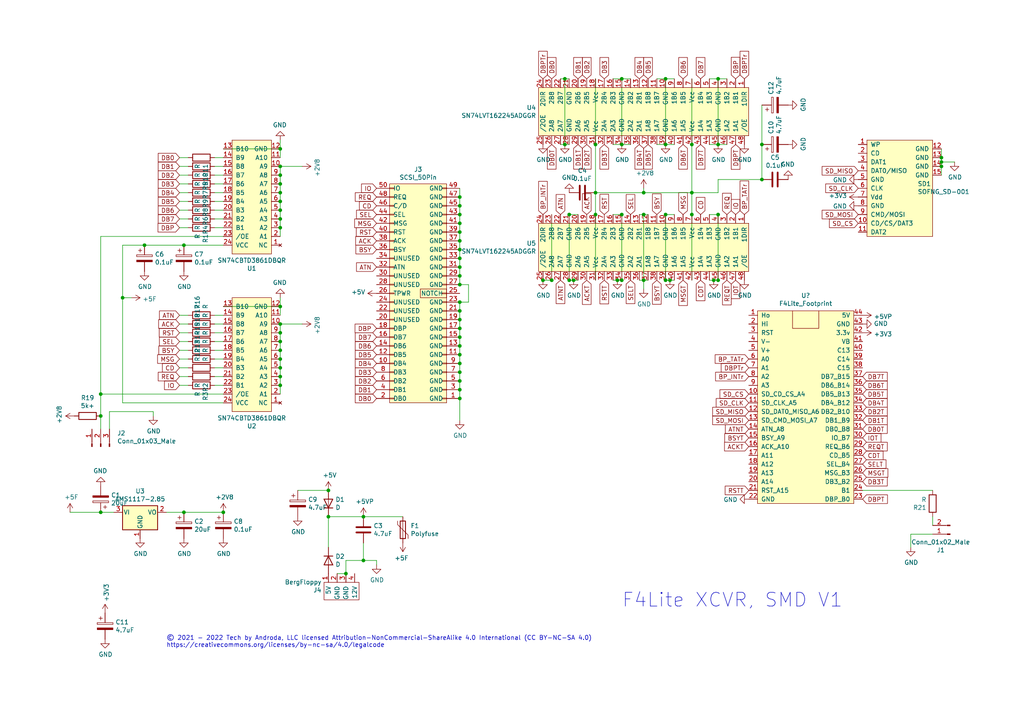
<source format=kicad_sch>
(kicad_sch (version 20211123) (generator eeschema)
  (paper "A4")
  (junction (at 133.35 80.01))
  (junction (at 186.69 81.28))
  (junction (at 220.98 41.91))
  (junction (at 200.66 55.88))
  (junction (at 81.28 99.06))
  (junction (at 172.72 55.88))
  (junction (at 208.28 62.23))
  (junction (at 81.28 63.5))
  (junction (at 133.35 113.03))
  (junction (at 105.41 149.86))
  (junction (at 220.98 52.07))
  (junction (at 133.35 97.79))
  (junction (at 29.21 114.3))
  (junction (at 133.35 64.77))
  (junction (at 180.34 41.91))
  (junction (at 172.72 62.23))
  (junction (at 193.04 22.86))
  (junction (at 179.07 81.28))
  (junction (at 81.28 93.98))
  (junction (at 133.35 77.47))
  (junction (at 81.28 88.9))
  (junction (at 81.28 101.6))
  (junction (at 273.05 46.99))
  (junction (at 163.83 41.91))
  (junction (at 53.34 71.12))
  (junction (at 193.04 41.91))
  (junction (at 81.28 111.76))
  (junction (at 133.35 62.23))
  (junction (at 81.28 66.04))
  (junction (at 133.35 82.55))
  (junction (at 95.25 142.24))
  (junction (at 273.05 45.72))
  (junction (at 133.35 92.71))
  (junction (at 81.28 53.34))
  (junction (at 81.28 50.8))
  (junction (at 180.34 22.86))
  (junction (at 194.31 81.28))
  (junction (at 81.28 58.42))
  (junction (at 133.35 90.17))
  (junction (at 200.66 41.91))
  (junction (at 29.21 148.59))
  (junction (at 165.1 62.23))
  (junction (at 29.21 120.65))
  (junction (at 157.48 81.28))
  (junction (at 193.04 81.28))
  (junction (at 208.28 81.28))
  (junction (at 186.69 55.88))
  (junction (at 193.04 62.23))
  (junction (at 207.01 81.28))
  (junction (at 81.28 109.22))
  (junction (at 180.34 81.28))
  (junction (at 81.28 48.26))
  (junction (at 133.35 57.15))
  (junction (at 166.37 81.28))
  (junction (at 200.66 62.23))
  (junction (at 133.35 115.57))
  (junction (at 160.02 81.28))
  (junction (at 133.35 67.31))
  (junction (at 105.41 162.56))
  (junction (at 100.33 166.37))
  (junction (at 133.35 110.49))
  (junction (at 133.35 100.33))
  (junction (at 95.25 149.86))
  (junction (at 133.35 69.85))
  (junction (at 64.77 148.59))
  (junction (at 81.28 104.14))
  (junction (at 133.35 105.41))
  (junction (at 133.35 95.25))
  (junction (at 81.28 55.88))
  (junction (at 163.83 22.86))
  (junction (at 133.35 74.93))
  (junction (at 53.34 148.59))
  (junction (at 273.05 48.26))
  (junction (at 186.69 62.23))
  (junction (at 180.34 62.23))
  (junction (at 35.56 86.36))
  (junction (at 165.1 81.28))
  (junction (at 133.35 59.69))
  (junction (at 41.91 71.12))
  (junction (at 208.28 41.91))
  (junction (at 133.35 102.87))
  (junction (at 81.28 106.68))
  (junction (at 133.35 107.95))
  (junction (at 81.28 43.18))
  (junction (at 81.28 96.52))
  (junction (at 133.35 87.63))
  (junction (at 172.72 41.91))
  (junction (at 208.28 22.86))
  (junction (at 133.35 72.39))
  (junction (at 81.28 60.96))
  (wire (pts (xy 64.77 48.26) (xy 62.23 48.26)))
  (wire (pts (xy 81.28 60.96) (xy 81.28 58.42)))
  (wire (pts (xy 64.77 45.72) (xy 62.23 45.72)))
  (wire (pts (xy 165.1 62.23) (xy 167.64 62.23)))
  (wire (pts (xy 52.07 106.68) (xy 54.61 106.68)))
  (wire (pts (xy 186.69 55.88) (xy 200.66 55.88)))
  (wire (pts (xy 193.04 41.91) (xy 190.5 41.91)))
  (wire (pts (xy 133.35 100.33) (xy 133.35 102.87)))
  (wire (pts (xy 100.33 162.56) (xy 100.33 166.37)))
  (wire (pts (xy 133.35 62.23) (xy 133.35 64.77)))
  (wire (pts (xy 276.86 46.99) (xy 273.05 46.99)))
  (wire (pts (xy 97.79 166.37) (xy 100.33 166.37)))
  (wire (pts (xy 270.51 154.94) (xy 264.16 154.94)))
  (wire (pts (xy 273.05 43.18) (xy 273.05 45.72)))
  (wire (pts (xy 133.35 113.03) (xy 133.35 115.57)))
  (wire (pts (xy 35.56 116.84) (xy 64.77 116.84)))
  (wire (pts (xy 273.05 46.99) (xy 273.05 48.26)))
  (wire (pts (xy 220.98 30.48) (xy 220.98 41.91)))
  (wire (pts (xy 200.66 55.88) (xy 200.66 62.23)))
  (wire (pts (xy 187.96 81.28) (xy 186.69 81.28)))
  (wire (pts (xy 105.41 162.56) (xy 109.22 162.56)))
  (wire (pts (xy 52.07 109.22) (xy 54.61 109.22)))
  (wire (pts (xy 208.28 55.88) (xy 208.28 52.07)))
  (wire (pts (xy 207.01 81.28) (xy 205.74 81.28)))
  (wire (pts (xy 160.02 81.28) (xy 160.02 62.23)))
  (wire (pts (xy 81.28 66.04) (xy 81.28 63.5)))
  (wire (pts (xy 52.07 63.5) (xy 54.61 63.5)))
  (wire (pts (xy 133.35 54.61) (xy 133.35 57.15)))
  (wire (pts (xy 186.69 55.88) (xy 186.69 54.61)))
  (wire (pts (xy 64.77 60.96) (xy 62.23 60.96)))
  (wire (pts (xy 194.31 81.28) (xy 193.04 81.28)))
  (wire (pts (xy 208.28 22.86) (xy 208.28 41.91)))
  (wire (pts (xy 163.83 22.86) (xy 162.56 22.86)))
  (wire (pts (xy 52.07 101.6) (xy 54.61 101.6)))
  (wire (pts (xy 20.32 148.59) (xy 29.21 148.59)))
  (wire (pts (xy 64.77 63.5) (xy 62.23 63.5)))
  (wire (pts (xy 133.35 87.63) (xy 133.35 90.17)))
  (wire (pts (xy 52.07 55.88) (xy 54.61 55.88)))
  (wire (pts (xy 81.28 88.9) (xy 81.28 86.36)))
  (wire (pts (xy 44.45 119.38) (xy 44.45 120.65)))
  (wire (pts (xy 81.28 58.42) (xy 81.28 55.88)))
  (wire (pts (xy 29.21 120.65) (xy 29.21 124.46)))
  (wire (pts (xy 81.28 63.5) (xy 81.28 60.96)))
  (wire (pts (xy 62.23 101.6) (xy 64.77 101.6)))
  (wire (pts (xy 200.66 41.91) (xy 200.66 55.88)))
  (wire (pts (xy 33.02 148.59) (xy 29.21 148.59)))
  (wire (pts (xy 273.05 45.72) (xy 273.05 46.99)))
  (wire (pts (xy 180.34 62.23) (xy 177.8 62.23)))
  (wire (pts (xy 52.07 99.06) (xy 54.61 99.06)))
  (wire (pts (xy 186.69 62.23) (xy 186.69 81.28)))
  (wire (pts (xy 193.04 22.86) (xy 193.04 41.91)))
  (wire (pts (xy 200.66 22.86) (xy 200.66 41.91)))
  (wire (pts (xy 163.83 41.91) (xy 162.56 41.91)))
  (wire (pts (xy 81.28 93.98) (xy 87.63 93.98)))
  (wire (pts (xy 133.35 64.77) (xy 133.35 67.31)))
  (wire (pts (xy 186.69 81.28) (xy 185.42 81.28)))
  (wire (pts (xy 133.35 82.55) (xy 135.89 82.55)))
  (wire (pts (xy 273.05 48.26) (xy 273.05 50.8)))
  (wire (pts (xy 62.23 111.76) (xy 64.77 111.76)))
  (wire (pts (xy 210.82 22.86) (xy 208.28 22.86)))
  (wire (pts (xy 187.96 62.23) (xy 186.69 62.23)))
  (wire (pts (xy 208.28 81.28) (xy 207.01 81.28)))
  (wire (pts (xy 133.35 57.15) (xy 133.35 59.69)))
  (wire (pts (xy 193.04 62.23) (xy 193.04 81.28)))
  (wire (pts (xy 29.21 68.58) (xy 29.21 114.3)))
  (wire (pts (xy 166.37 81.28) (xy 167.64 81.28)))
  (wire (pts (xy 172.72 41.91) (xy 172.72 55.88)))
  (wire (pts (xy 133.35 110.49) (xy 133.35 113.03)))
  (wire (pts (xy 35.56 86.36) (xy 35.56 116.84)))
  (wire (pts (xy 52.07 96.52) (xy 54.61 96.52)))
  (wire (pts (xy 29.21 114.3) (xy 29.21 120.65)))
  (wire (pts (xy 62.23 106.68) (xy 64.77 106.68)))
  (wire (pts (xy 133.35 59.69) (xy 133.35 62.23)))
  (wire (pts (xy 35.56 71.12) (xy 41.91 71.12)))
  (wire (pts (xy 133.35 95.25) (xy 133.35 97.79)))
  (wire (pts (xy 133.35 105.41) (xy 133.35 107.95)))
  (wire (pts (xy 208.28 41.91) (xy 205.74 41.91)))
  (wire (pts (xy 81.28 106.68) (xy 81.28 104.14)))
  (wire (pts (xy 64.77 50.8) (xy 62.23 50.8)))
  (wire (pts (xy 264.16 154.94) (xy 264.16 158.75)))
  (wire (pts (xy 163.83 22.86) (xy 163.83 41.91)))
  (wire (pts (xy 208.28 62.23) (xy 205.74 62.23)))
  (wire (pts (xy 29.21 68.58) (xy 64.77 68.58)))
  (wire (pts (xy 54.61 58.42) (xy 52.07 58.42)))
  (wire (pts (xy 133.35 90.17) (xy 133.35 92.71)))
  (wire (pts (xy 165.1 62.23) (xy 165.1 81.28)))
  (wire (pts (xy 54.61 50.8) (xy 52.07 50.8)))
  (wire (pts (xy 64.77 53.34) (xy 62.23 53.34)))
  (wire (pts (xy 180.34 81.28) (xy 179.07 81.28)))
  (wire (pts (xy 165.1 41.91) (xy 163.83 41.91)))
  (wire (pts (xy 81.28 111.76) (xy 81.28 109.22)))
  (wire (pts (xy 172.72 22.86) (xy 172.72 41.91)))
  (wire (pts (xy 53.34 71.12) (xy 64.77 71.12)))
  (wire (pts (xy 133.35 74.93) (xy 133.35 77.47)))
  (wire (pts (xy 95.25 149.86) (xy 105.41 149.86)))
  (wire (pts (xy 200.66 62.23) (xy 200.66 81.28)))
  (wire (pts (xy 29.21 114.3) (xy 64.77 114.3)))
  (wire (pts (xy 195.58 81.28) (xy 194.31 81.28)))
  (wire (pts (xy 133.35 67.31) (xy 133.35 69.85)))
  (wire (pts (xy 250.19 142.24) (xy 270.51 142.24)))
  (wire (pts (xy 48.26 148.59) (xy 53.34 148.59)))
  (wire (pts (xy 195.58 22.86) (xy 193.04 22.86)))
  (wire (pts (xy 81.28 48.26) (xy 87.63 48.26)))
  (wire (pts (xy 133.35 77.47) (xy 133.35 80.01)))
  (wire (pts (xy 81.28 114.3) (xy 81.28 111.76)))
  (wire (pts (xy 200.66 55.88) (xy 208.28 55.88)))
  (wire (pts (xy 62.23 104.14) (xy 64.77 104.14)))
  (wire (pts (xy 95.25 142.24) (xy 86.36 142.24)))
  (wire (pts (xy 81.28 109.22) (xy 81.28 106.68)))
  (wire (pts (xy 220.98 41.91) (xy 220.98 52.07)))
  (wire (pts (xy 208.28 62.23) (xy 208.28 81.28)))
  (wire (pts (xy 52.07 104.14) (xy 54.61 104.14)))
  (wire (pts (xy 62.23 91.44) (xy 64.77 91.44)))
  (wire (pts (xy 105.41 149.86) (xy 116.84 149.86)))
  (wire (pts (xy 172.72 62.23) (xy 172.72 81.28)))
  (wire (pts (xy 64.77 66.04) (xy 62.23 66.04)))
  (wire (pts (xy 133.35 102.87) (xy 133.35 105.41)))
  (wire (pts (xy 62.23 109.22) (xy 64.77 109.22)))
  (wire (pts (xy 81.28 43.18) (xy 81.28 40.64)))
  (wire (pts (xy 38.1 86.36) (xy 35.56 86.36)))
  (wire (pts (xy 180.34 41.91) (xy 177.8 41.91)))
  (wire (pts (xy 210.82 41.91) (xy 208.28 41.91)))
  (wire (pts (xy 95.25 149.86) (xy 95.25 158.75)))
  (wire (pts (xy 109.22 162.56) (xy 109.22 163.83)))
  (wire (pts (xy 133.35 97.79) (xy 133.35 100.33)))
  (wire (pts (xy 165.1 81.28) (xy 166.37 81.28)))
  (wire (pts (xy 135.89 82.55) (xy 135.89 87.63)))
  (wire (pts (xy 160.02 81.28) (xy 157.48 81.28)))
  (wire (pts (xy 54.61 48.26) (xy 52.07 48.26)))
  (wire (pts (xy 165.1 22.86) (xy 163.83 22.86)))
  (wire (pts (xy 105.41 157.48) (xy 105.41 162.56)))
  (wire (pts (xy 52.07 53.34) (xy 54.61 53.34)))
  (wire (pts (xy 182.88 41.91) (xy 180.34 41.91)))
  (wire (pts (xy 81.28 101.6) (xy 81.28 99.06)))
  (wire (pts (xy 208.28 22.86) (xy 205.74 22.86)))
  (wire (pts (xy 52.07 45.72) (xy 54.61 45.72)))
  (wire (pts (xy 52.07 111.76) (xy 54.61 111.76)))
  (wire (pts (xy 64.77 43.18) (xy 81.28 43.18)))
  (wire (pts (xy 62.23 93.98) (xy 64.77 93.98)))
  (wire (pts (xy 81.28 43.18) (xy 81.28 45.72)))
  (wire (pts (xy 54.61 66.04) (xy 52.07 66.04)))
  (wire (pts (xy 179.07 81.28) (xy 177.8 81.28)))
  (wire (pts (xy 81.28 99.06) (xy 81.28 96.52)))
  (wire (pts (xy 133.35 72.39) (xy 133.35 74.93)))
  (wire (pts (xy 53.34 148.59) (xy 64.77 148.59)))
  (wire (pts (xy 52.07 93.98) (xy 54.61 93.98)))
  (wire (pts (xy 81.28 104.14) (xy 81.28 101.6)))
  (wire (pts (xy 172.72 55.88) (xy 186.69 55.88)))
  (wire (pts (xy 62.23 99.06) (xy 64.77 99.06)))
  (wire (pts (xy 133.35 80.01) (xy 133.35 82.55)))
  (wire (pts (xy 186.69 81.28) (xy 186.69 83.82)))
  (wire (pts (xy 182.88 22.86) (xy 180.34 22.86)))
  (wire (pts (xy 62.23 96.52) (xy 64.77 96.52)))
  (wire (pts (xy 105.41 162.56) (xy 100.33 162.56)))
  (wire (pts (xy 81.28 88.9) (xy 81.28 91.44)))
  (wire (pts (xy 195.58 41.91) (xy 193.04 41.91)))
  (wire (pts (xy 81.28 68.58) (xy 81.28 66.04)))
  (wire (pts (xy 31.75 119.38) (xy 44.45 119.38)))
  (wire (pts (xy 52.07 91.44) (xy 54.61 91.44)))
  (wire (pts (xy 81.28 50.8) (xy 81.28 48.26)))
  (wire (pts (xy 35.56 71.12) (xy 35.56 86.36)))
  (wire (pts (xy 54.61 60.96) (xy 52.07 60.96)))
  (wire (pts (xy 180.34 22.86) (xy 180.34 41.91)))
  (wire (pts (xy 180.34 62.23) (xy 180.34 81.28)))
  (wire (pts (xy 135.89 87.63) (xy 133.35 87.63)))
  (wire (pts (xy 208.28 52.07) (xy 220.98 52.07)))
  (wire (pts (xy 133.35 115.57) (xy 133.35 121.92)))
  (wire (pts (xy 133.35 92.71) (xy 133.35 95.25)))
  (wire (pts (xy 81.28 53.34) (xy 81.28 50.8)))
  (wire (pts (xy 64.77 88.9) (xy 81.28 88.9)))
  (wire (pts (xy 177.8 22.86) (xy 180.34 22.86)))
  (wire (pts (xy 64.77 55.88) (xy 62.23 55.88)))
  (wire (pts (xy 133.35 69.85) (xy 133.35 72.39)))
  (wire (pts (xy 41.91 71.12) (xy 53.34 71.12)))
  (wire (pts (xy 193.04 22.86) (xy 190.5 22.86)))
  (wire (pts (xy 270.51 149.86) (xy 270.51 152.4)))
  (wire (pts (xy 195.58 62.23) (xy 193.04 62.23)))
  (wire (pts (xy 31.75 124.46) (xy 31.75 119.38)))
  (wire (pts (xy 81.28 96.52) (xy 81.28 93.98)))
  (wire (pts (xy 186.69 62.23) (xy 185.42 62.23)))
  (wire (pts (xy 64.77 58.42) (xy 62.23 58.42)))
  (wire (pts (xy 133.35 107.95) (xy 133.35 110.49)))
  (wire (pts (xy 81.28 55.88) (xy 81.28 53.34)))
  (wire (pts (xy 172.72 62.23) (xy 172.72 55.88)))
  (text "© 2021 - 2022 Tech by Androda, LLC licensed Attribution-NonCommercial-ShareAlike 4.0 International (CC BY-NC-SA 4.0)\nhttps://creativecommons.org/licenses/by-nc-sa/4.0/legalcode" (at 48.26 187.96 0) (effects (font (size 1.27 1.27)) (justify left bottom)))
  (text "F4Lite XCVR, SMD V1" (at 180.34 176.53 0) (effects (font (size 4 4)) (justify left bottom)))
  (global_label "DB4" (shape input) (at 52.07 55.88 180) (property "Intersheet References" "${INTERSHEET_REFS}" (effects hide)))
  (global_label "DBP" (shape input) (at 213.36 22.86 90) (property "Intersheet References" "${INTERSHEET_REFS}" (effects hide)))
  (global_label "DB1" (shape input) (at 52.07 48.26 180) (property "Intersheet References" "${INTERSHEET_REFS}" (effects hide)))
  (global_label "CD" (shape input) (at 52.07 106.68 180) (property "Intersheet References" "${INTERSHEET_REFS}" (effects hide)))
  (global_label "RST" (shape input) (at 109.22 67.31 180) (property "Intersheet References" "${INTERSHEET_REFS}" (effects hide)))
  (global_label "DB7" (shape input) (at 52.07 63.5 180) (property "Intersheet References" "${INTERSHEET_REFS}" (effects hide)))
  (global_label "DBPTr" (shape input) (at 217.17 106.68 180) (property "Intersheet References" "${INTERSHEET_REFS}" (effects hide)))
  (global_label "DB2" (shape input) (at 109.22 110.49 180) (property "Intersheet References" "${INTERSHEET_REFS}" (effects hide)))
  (global_label "DB7" (shape input) (at 203.2 22.86 90) (property "Intersheet References" "${INTERSHEET_REFS}" (effects hide)))
  (global_label "DB3" (shape input) (at 175.26 22.86 90) (property "Intersheet References" "${INTERSHEET_REFS}" (effects hide)))
  (global_label "ATN" (shape input) (at 162.56 62.23 90) (property "Intersheet References" "${INTERSHEET_REFS}" (effects hide)))
  (global_label "SD_CLK" (shape input) (at 248.92 54.61 180) (property "Intersheet References" "${INTERSHEET_REFS}" (effects hide)))
  (global_label "DB5T" (shape input) (at 250.19 114.3 0) (property "Intersheet References" "${INTERSHEET_REFS}" (effects hide)))
  (global_label "DBPTr" (shape input) (at 215.9 22.86 90) (property "Intersheet References" "${INTERSHEET_REFS}" (effects hide)))
  (global_label "DBPT" (shape input) (at 213.36 41.91 270) (property "Intersheet References" "${INTERSHEET_REFS}" (effects hide)))
  (global_label "SELT" (shape input) (at 250.19 134.62 0) (property "Intersheet References" "${INTERSHEET_REFS}" (effects hide)))
  (global_label "SD_CLK" (shape input) (at 217.17 116.84 180) (property "Intersheet References" "${INTERSHEET_REFS}" (effects hide)))
  (global_label "SELT" (shape input) (at 182.88 81.28 270) (property "Intersheet References" "${INTERSHEET_REFS}" (effects hide)))
  (global_label "DB5" (shape input) (at 187.96 22.86 90) (property "Intersheet References" "${INTERSHEET_REFS}" (effects hide)))
  (global_label "SEL" (shape input) (at 182.88 62.23 90) (property "Intersheet References" "${INTERSHEET_REFS}" (effects hide)))
  (global_label "SD_MISO" (shape input) (at 248.92 49.53 180) (property "Intersheet References" "${INTERSHEET_REFS}" (effects hide)))
  (global_label "BP_INTr" (shape input) (at 217.17 109.22 180) (property "Intersheet References" "${INTERSHEET_REFS}" (effects hide)))
  (global_label "REQ" (shape input) (at 210.82 62.23 90) (property "Intersheet References" "${INTERSHEET_REFS}" (effects hide)))
  (global_label "DB7T" (shape input) (at 250.19 109.22 0) (property "Intersheet References" "${INTERSHEET_REFS}" (effects hide)))
  (global_label "DB6T" (shape input) (at 198.12 41.91 270) (property "Intersheet References" "${INTERSHEET_REFS}" (effects hide)))
  (global_label "SD_MISO" (shape input) (at 217.17 119.38 180) (property "Intersheet References" "${INTERSHEET_REFS}" (effects hide)))
  (global_label "ACKT" (shape input) (at 170.18 81.28 270) (property "Intersheet References" "${INTERSHEET_REFS}" (effects hide)))
  (global_label "IOT" (shape input) (at 213.36 81.28 270) (property "Intersheet References" "${INTERSHEET_REFS}" (effects hide)))
  (global_label "ACK" (shape input) (at 170.18 62.23 90) (property "Intersheet References" "${INTERSHEET_REFS}" (effects hide)))
  (global_label "BSYT" (shape input) (at 217.17 127 180) (property "Intersheet References" "${INTERSHEET_REFS}" (effects hide)))
  (global_label "DB3" (shape input) (at 109.22 107.95 180) (property "Intersheet References" "${INTERSHEET_REFS}" (effects hide)))
  (global_label "RST" (shape input) (at 52.07 96.52 180) (property "Intersheet References" "${INTERSHEET_REFS}" (effects hide)))
  (global_label "BSY" (shape input) (at 52.07 101.6 180) (property "Intersheet References" "${INTERSHEET_REFS}" (effects hide)))
  (global_label "IOT" (shape input) (at 250.19 127 0) (property "Intersheet References" "${INTERSHEET_REFS}" (effects hide)))
  (global_label "BP_TATr" (shape input) (at 217.17 104.14 180) (property "Intersheet References" "${INTERSHEET_REFS}" (effects hide)))
  (global_label "DB6" (shape input) (at 52.07 60.96 180) (property "Intersheet References" "${INTERSHEET_REFS}" (effects hide)))
  (global_label "CD" (shape input) (at 203.2 62.23 90) (property "Intersheet References" "${INTERSHEET_REFS}" (effects hide)))
  (global_label "BSY" (shape input) (at 190.5 62.23 90) (property "Intersheet References" "${INTERSHEET_REFS}" (effects hide)))
  (global_label "RSTT" (shape input) (at 217.17 142.24 180) (property "Intersheet References" "${INTERSHEET_REFS}" (effects hide)))
  (global_label "DBPTr" (shape input) (at 157.48 22.86 90) (property "Intersheet References" "${INTERSHEET_REFS}" (effects hide)))
  (global_label "REQT" (shape input) (at 210.82 81.28 270) (property "Intersheet References" "${INTERSHEET_REFS}" (effects hide)))
  (global_label "MSG" (shape input) (at 198.12 62.23 90) (property "Intersheet References" "${INTERSHEET_REFS}" (effects hide)))
  (global_label "DB2T" (shape input) (at 170.18 41.91 270) (property "Intersheet References" "${INTERSHEET_REFS}" (effects hide)))
  (global_label "DB3T" (shape input) (at 175.26 41.91 270) (property "Intersheet References" "${INTERSHEET_REFS}" (effects hide)))
  (global_label "DB0" (shape input) (at 160.02 22.86 90) (property "Intersheet References" "${INTERSHEET_REFS}" (effects hide)))
  (global_label "DB2T" (shape input) (at 250.19 119.38 0) (property "Intersheet References" "${INTERSHEET_REFS}" (effects hide)))
  (global_label "BP_INTr" (shape input) (at 157.48 62.23 90) (property "Intersheet References" "${INTERSHEET_REFS}" (effects hide)))
  (global_label "ACK" (shape input) (at 109.22 69.85 180) (property "Intersheet References" "${INTERSHEET_REFS}" (effects hide)))
  (global_label "DB1T" (shape input) (at 167.64 41.91 270) (property "Intersheet References" "${INTERSHEET_REFS}" (effects hide)))
  (global_label "DBP" (shape input) (at 109.22 95.25 180) (property "Intersheet References" "${INTERSHEET_REFS}" (effects hide)))
  (global_label "DB7" (shape input) (at 109.22 97.79 180) (property "Intersheet References" "${INTERSHEET_REFS}" (effects hide)))
  (global_label "SD_MOSI" (shape input) (at 217.17 121.92 180) (property "Intersheet References" "${INTERSHEET_REFS}" (effects hide)))
  (global_label "SD_CS" (shape input) (at 217.17 114.3 180) (property "Intersheet References" "${INTERSHEET_REFS}" (effects hide)))
  (global_label "DB0" (shape input) (at 52.07 45.72 180) (property "Intersheet References" "${INTERSHEET_REFS}" (effects hide)))
  (global_label "DB4T" (shape input) (at 250.19 116.84 0) (property "Intersheet References" "${INTERSHEET_REFS}" (effects hide)))
  (global_label "DB4T" (shape input) (at 185.42 41.91 270) (property "Intersheet References" "${INTERSHEET_REFS}" (effects hide)))
  (global_label "DB6" (shape input) (at 198.12 22.86 90) (property "Intersheet References" "${INTERSHEET_REFS}" (effects hide)))
  (global_label "DB6T" (shape input) (at 250.19 111.76 0) (property "Intersheet References" "${INTERSHEET_REFS}" (effects hide)))
  (global_label "DB5" (shape input) (at 109.22 102.87 180) (property "Intersheet References" "${INTERSHEET_REFS}" (effects hide)))
  (global_label "ACKT" (shape input) (at 217.17 129.54 180) (property "Intersheet References" "${INTERSHEET_REFS}" (effects hide)))
  (global_label "IO" (shape input) (at 213.36 62.23 90) (property "Intersheet References" "${INTERSHEET_REFS}" (effects hide)))
  (global_label "DB3T" (shape input) (at 250.19 139.7 0) (property "Intersheet References" "${INTERSHEET_REFS}" (effects hide)))
  (global_label "DBP" (shape input) (at 52.07 66.04 180) (property "Intersheet References" "${INTERSHEET_REFS}" (effects hide)))
  (global_label "DB5T" (shape input) (at 187.96 41.91 270) (property "Intersheet References" "${INTERSHEET_REFS}" (effects hide)))
  (global_label "CD" (shape input) (at 109.22 59.69 180) (property "Intersheet References" "${INTERSHEET_REFS}" (effects hide)))
  (global_label "DB1T" (shape input) (at 250.19 121.92 0) (property "Intersheet References" "${INTERSHEET_REFS}" (effects hide)))
  (global_label "REQT" (shape input) (at 250.19 129.54 0) (property "Intersheet References" "${INTERSHEET_REFS}" (effects hide)))
  (global_label "DB5" (shape input) (at 52.07 58.42 180) (property "Intersheet References" "${INTERSHEET_REFS}" (effects hide)))
  (global_label "BSY" (shape input) (at 109.22 72.39 180) (property "Intersheet References" "${INTERSHEET_REFS}" (effects hide)))
  (global_label "DB2" (shape input) (at 52.07 50.8 180) (property "Intersheet References" "${INTERSHEET_REFS}" (effects hide)))
  (global_label "CDT" (shape input) (at 203.2 81.28 270) (property "Intersheet References" "${INTERSHEET_REFS}" (effects hide)))
  (global_label "REQ" (shape input) (at 52.07 109.22 180) (property "Intersheet References" "${INTERSHEET_REFS}" (effects hide)))
  (global_label "DB0T" (shape input) (at 160.02 41.91 270) (property "Intersheet References" "${INTERSHEET_REFS}" (effects hide)))
  (global_label "SEL" (shape input) (at 109.22 62.23 180) (property "Intersheet References" "${INTERSHEET_REFS}" (effects hide)))
  (global_label "ACK" (shape input) (at 52.07 93.98 180) (property "Intersheet References" "${INTERSHEET_REFS}" (effects hide)))
  (global_label "ATNT" (shape input) (at 162.56 81.28 270) (property "Intersheet References" "${INTERSHEET_REFS}" (effects hide)))
  (global_label "DB4" (shape input) (at 109.22 105.41 180) (property "Intersheet References" "${INTERSHEET_REFS}" (effects hide)))
  (global_label "ATNT" (shape input) (at 217.17 124.46 180) (property "Intersheet References" "${INTERSHEET_REFS}" (effects hide)))
  (global_label "SEL" (shape input) (at 52.07 99.06 180) (property "Intersheet References" "${INTERSHEET_REFS}" (effects hide)))
  (global_label "MSGT" (shape input) (at 250.19 137.16 0) (property "Intersheet References" "${INTERSHEET_REFS}" (effects hide)))
  (global_label "DB3" (shape input) (at 52.07 53.34 180) (property "Intersheet References" "${INTERSHEET_REFS}" (effects hide)))
  (global_label "BSYT" (shape input) (at 190.5 81.28 270) (property "Intersheet References" "${INTERSHEET_REFS}" (effects hide)))
  (global_label "DB1" (shape input) (at 167.64 22.86 90) (property "Intersheet References" "${INTERSHEET_REFS}" (effects hide)))
  (global_label "MSG" (shape input) (at 109.22 64.77 180) (property "Intersheet References" "${INTERSHEET_REFS}" (effects hide)))
  (global_label "DB4" (shape input) (at 185.42 22.86 90) (property "Intersheet References" "${INTERSHEET_REFS}" (effects hide)))
  (global_label "CDT" (shape input) (at 250.19 132.08 0) (property "Intersheet References" "${INTERSHEET_REFS}" (effects hide)))
  (global_label "DB0T" (shape input) (at 250.19 124.46 0) (property "Intersheet References" "${INTERSHEET_REFS}" (effects hide)))
  (global_label "DB0" (shape input) (at 109.22 115.57 180) (property "Intersheet References" "${INTERSHEET_REFS}" (effects hide)))
  (global_label "IO" (shape input) (at 52.07 111.76 180) (property "Intersheet References" "${INTERSHEET_REFS}" (effects hide)))
  (global_label "ATN" (shape input) (at 52.07 91.44 180) (property "Intersheet References" "${INTERSHEET_REFS}" (effects hide)))
  (global_label "DB1" (shape input) (at 109.22 113.03 180) (property "Intersheet References" "${INTERSHEET_REFS}" (effects hide)))
  (global_label "RSTT" (shape input) (at 175.26 81.28 270) (property "Intersheet References" "${INTERSHEET_REFS}" (effects hide)))
  (global_label "DB2" (shape input) (at 170.18 22.86 90) (property "Intersheet References" "${INTERSHEET_REFS}" (effects hide)))
  (global_label "MSG" (shape input) (at 52.07 104.14 180) (property "Intersheet References" "${INTERSHEET_REFS}" (effects hide)))
  (global_label "BP_TATr" (shape input) (at 215.9 62.23 90) (property "Intersheet References" "${INTERSHEET_REFS}" (effects hide)))
  (global_label "DBPT" (shape input) (at 250.19 144.78 0) (property "Intersheet References" "${INTERSHEET_REFS}" (effects hide)))
  (global_label "IO" (shape input) (at 109.22 54.61 180) (property "Intersheet References" "${INTERSHEET_REFS}" (effects hide)))
  (global_label "RST" (shape input) (at 175.26 62.23 90) (property "Intersheet References" "${INTERSHEET_REFS}" (effects hide)))
  (global_label "SD_CS" (shape input) (at 248.92 64.77 180) (property "Intersheet References" "${INTERSHEET_REFS}" (effects hide)))
  (global_label "REQ" (shape input) (at 109.22 57.15 180) (property "Intersheet References" "${INTERSHEET_REFS}" (effects hide)))
  (global_label "ATN" (shape input) (at 109.22 77.47 180) (property "Intersheet References" "${INTERSHEET_REFS}" (effects hide)))
  (global_label "DB7T" (shape input) (at 203.2 41.91 270) (property "Intersheet References" "${INTERSHEET_REFS}" (effects hide)))
  (global_label "MSGT" (shape input) (at 198.12 81.28 270) (property "Intersheet References" "${INTERSHEET_REFS}" (effects hide)))
  (global_label "DB6" (shape input) (at 109.22 100.33 180) (property "Intersheet References" "${INTERSHEET_REFS}" (effects hide)))
  (global_label "SD_MOSI" (shape input) (at 248.92 62.23 180) (property "Intersheet References" "${INTERSHEET_REFS}" (effects hide)))
  (symbol (lib_id "Regulator_Linear:AMS1117CD-2.85") (at 40.64 148.59 0) (unit 1)
    (property "Reference" "U3" (at 40.64 142.4432 0))
    (property "Value" "AMS1117-2.85" (at 40.64 144.7546 0))
    (property "Footprint" "Package_TO_SOT_SMD:SOT-223-3_TabPin2" (effects hide))
    (property "Datasheet" "http://www.advanced-monolithic.com/pdf/ds1117.pdf" (effects hide))
  )
  (symbol (lib_id "power:GND") (at 40.64 156.21 0) (unit 1)
    (property "Reference" "#PWR08" (effects hide))
    (property "Value" "GND" (at 40.767 160.6042 0))
  )
  (symbol (lib_id "power:+2V8") (at 64.77 148.59 0) (unit 1)
    (property "Reference" "#PWR012" (effects hide))
    (property "Value" "+2V8" (at 65.151 144.1958 0))
  )
  (symbol (lib_id "Device:CP") (at 53.34 152.4 0) (unit 1)
    (property "Reference" "C2" (at 56.3372 151.2316 0) (effects (justify left)))
    (property "Value" "20uF" (at 56.3372 153.543 0) (effects (justify left)))
    (property "Footprint" "Capacitor_SMD:C_1206_3216Metric_Pad1.42x1.75mm_HandSolder" (effects hide))
  )
  (symbol (lib_id "Device:CP") (at 29.21 144.78 180) (unit 1)
    (property "Reference" "C1" (at 32.2072 143.6116 0) (effects (justify right)))
    (property "Value" "20uF" (at 32.2072 145.923 0) (effects (justify right)))
    (property "Footprint" "Capacitor_SMD:C_1206_3216Metric_Pad1.42x1.75mm_HandSolder" (effects hide))
  )
  (symbol (lib_id "power:GND") (at 29.21 140.97 180) (unit 1)
    (property "Reference" "#PWR05" (effects hide))
    (property "Value" "GND" (at 29.083 136.5758 0))
  )
  (symbol (lib_id "power:GND") (at 53.34 156.21 0) (unit 1)
    (property "Reference" "#PWR011" (effects hide))
    (property "Value" "GND" (at 53.467 160.6042 0))
  )
  (symbol (lib_id "Device:R") (at 58.42 60.96 270) (unit 1)
    (property "Reference" "R6" (at 59.5884 62.738 0) (effects (justify left)))
    (property "Value" "R" (at 57.277 62.738 0) (effects (justify left)))
    (property "Footprint" "Resistor_SMD:R_0603_1608Metric_Pad1.05x0.95mm_HandSolder" (effects hide))
  )
  (symbol (lib_id "Device:R") (at 58.42 63.5 270) (unit 1)
    (property "Reference" "R4" (at 59.5884 65.278 0) (effects (justify left)))
    (property "Value" "R" (at 57.277 65.278 0) (effects (justify left)))
    (property "Footprint" "Resistor_SMD:R_0603_1608Metric_Pad1.05x0.95mm_HandSolder" (effects hide))
  )
  (symbol (lib_id "custom_symbols:SCSI_50Pin") (at 118.11 85.09 180) (unit 1)
    (property "Reference" "J3" (at 121.285 49.149 0))
    (property "Value" "SCSI_50Pin" (at 121.285 51.4604 0))
    (property "Footprint" "CustomFootprints:SCSI50_EdgeConn" (effects hide))
  )
  (symbol (lib_id "Device:R") (at 58.42 50.8 270) (unit 1)
    (property "Reference" "R5" (at 59.5884 52.578 0) (effects (justify left)))
    (property "Value" "R" (at 57.277 52.578 0) (effects (justify left)))
    (property "Footprint" "Resistor_SMD:R_0603_1608Metric_Pad1.05x0.95mm_HandSolder" (effects hide))
  )
  (symbol (lib_id "Device:R") (at 58.42 48.26 270) (unit 1)
    (property "Reference" "R10" (at 59.5884 50.038 0) (effects (justify left)))
    (property "Value" "R" (at 57.277 50.038 0) (effects (justify left)))
    (property "Footprint" "Resistor_SMD:R_0603_1608Metric_Pad1.05x0.95mm_HandSolder" (effects hide))
  )
  (symbol (lib_id "power:GND") (at 133.35 121.92 0) (unit 1)
    (property "Reference" "#PWR016" (effects hide))
    (property "Value" "GND" (at 133.477 126.3142 0))
  )
  (symbol (lib_id "Device:R") (at 58.42 53.34 270) (unit 1)
    (property "Reference" "R7" (at 59.5884 55.118 0) (effects (justify left)))
    (property "Value" "R" (at 57.277 55.118 0) (effects (justify left)))
    (property "Footprint" "Resistor_SMD:R_0603_1608Metric_Pad1.05x0.95mm_HandSolder" (effects hide))
  )
  (symbol (lib_id "Device:R") (at 58.42 58.42 270) (unit 1)
    (property "Reference" "R8" (at 59.5884 60.198 0) (effects (justify left)))
    (property "Value" "R" (at 57.277 60.198 0) (effects (justify left)))
    (property "Footprint" "Resistor_SMD:R_0603_1608Metric_Pad1.05x0.95mm_HandSolder" (effects hide))
  )
  (symbol (lib_id "Device:R") (at 58.42 66.04 270) (unit 1)
    (property "Reference" "R1" (at 59.5884 67.818 0) (effects (justify left)))
    (property "Value" "R" (at 57.277 67.818 0) (effects (justify left)))
    (property "Footprint" "Resistor_SMD:R_0603_1608Metric_Pad1.05x0.95mm_HandSolder" (effects hide))
  )
  (symbol (lib_id "Device:R") (at 58.42 45.72 270) (unit 1)
    (property "Reference" "R11" (at 59.5884 47.498 0) (effects (justify left)))
    (property "Value" "R" (at 57.277 47.498 0) (effects (justify left)))
    (property "Footprint" "Resistor_SMD:R_0603_1608Metric_Pad1.05x0.95mm_HandSolder" (effects hide))
  )
  (symbol (lib_id "Device:R") (at 58.42 55.88 270) (unit 1)
    (property "Reference" "R9" (at 59.5884 57.658 0) (effects (justify left)))
    (property "Value" "R" (at 57.277 57.658 0) (effects (justify left)))
    (property "Footprint" "Resistor_SMD:R_0603_1608Metric_Pad1.05x0.95mm_HandSolder" (effects hide))
  )
  (symbol (lib_id "custom_symbols:+5V_TPWR") (at 109.22 85.09 90) (unit 1)
    (property "Reference" "#PWR013" (effects hide))
    (property "Value" "+5V_TPWR" (at 105.9688 84.709 90) (effects (justify left)))
  )
  (symbol (lib_id "custom_symbols:+5V_TPWR") (at 95.25 142.24 0) (unit 1)
    (property "Reference" "#PWR015" (effects hide))
    (property "Value" "+5V_TPWR" (at 95.631 137.8458 0))
  )
  (symbol (lib_id "power:+2V8") (at 87.63 48.26 270) (unit 1)
    (property "Reference" "#PWR09" (effects hide))
    (property "Value" "+2V8" (at 92.0242 48.641 0))
  )
  (symbol (lib_id "custom_symbols:BergFloppy") (at 99.06 179.07 180) (unit 1)
    (property "Reference" "J4" (at 93.2688 171.1452 0) (effects (justify left)))
    (property "Value" "BergFloppy" (at 93.2688 168.8338 0) (effects (justify left)))
    (property "Footprint" "CustomFootprints:BergFloppy_RightAngle" (effects hide))
  )
  (symbol (lib_id "power:GND") (at 109.22 163.83 0) (unit 1)
    (property "Reference" "#PWR020" (effects hide))
    (property "Value" "GND" (at 109.347 168.2242 0))
  )
  (symbol (lib_id "power:+3V3") (at 250.19 96.52 270) (unit 1)
    (property "Reference" "#PWR036" (effects hide))
    (property "Value" "+3V3" (at 253.4412 96.901 90) (effects (justify left)))
  )
  (symbol (lib_id "OpenSource_Library:SN74CBTD3861DBQR") (at 72.39 74.93 180) (unit 1)
    (property "Reference" "U1" (at 73.025 77.851 0))
    (property "Value" "SN74CBTD3861DBQR" (at 73.025 75.5396 0))
    (property "Footprint" "Package_SO:SSOP-24_3.9x8.7mm_P0.635mm" (effects hide))
  )
  (symbol (lib_id "power:GND") (at 81.28 40.64 180) (unit 1)
    (property "Reference" "#PWR06" (effects hide))
    (property "Value" "GND" (at 81.153 36.2458 0))
  )
  (symbol (lib_id "Device:R") (at 58.42 99.06 90) (unit 1)
    (property "Reference" "R15" (at 57.2516 97.282 0) (effects (justify left)))
    (property "Value" "R" (at 59.563 97.282 0) (effects (justify left)))
    (property "Footprint" "Resistor_SMD:R_0603_1608Metric_Pad1.05x0.95mm_HandSolder" (effects hide))
  )
  (symbol (lib_id "Device:R") (at 58.42 104.14 90) (unit 1)
    (property "Reference" "R13" (at 57.2516 102.362 0) (effects (justify left)))
    (property "Value" "R" (at 59.563 102.362 0) (effects (justify left)))
    (property "Footprint" "Resistor_SMD:R_0603_1608Metric_Pad1.05x0.95mm_HandSolder" (effects hide))
  )
  (symbol (lib_id "Device:R") (at 58.42 109.22 270) (unit 1)
    (property "Reference" "R2" (at 59.5884 110.998 0) (effects (justify left)))
    (property "Value" "R" (at 57.277 110.998 0) (effects (justify left)))
    (property "Footprint" "Resistor_SMD:R_0603_1608Metric_Pad1.05x0.95mm_HandSolder" (effects hide))
  )
  (symbol (lib_id "Device:R") (at 58.42 111.76 270) (unit 1)
    (property "Reference" "R3" (at 59.5884 113.538 0) (effects (justify left)))
    (property "Value" "R" (at 57.277 113.538 0) (effects (justify left)))
    (property "Footprint" "Resistor_SMD:R_0603_1608Metric_Pad1.05x0.95mm_HandSolder" (effects hide))
  )
  (symbol (lib_id "Device:R") (at 58.42 96.52 90) (unit 1)
    (property "Reference" "R18" (at 57.2516 94.742 0) (effects (justify left)))
    (property "Value" "R" (at 59.563 94.742 0) (effects (justify left)))
    (property "Footprint" "Resistor_SMD:R_0603_1608Metric_Pad1.05x0.95mm_HandSolder" (effects hide))
  )
  (symbol (lib_id "Device:R") (at 58.42 91.44 90) (unit 1)
    (property "Reference" "R16" (at 57.2516 89.662 0) (effects (justify left)))
    (property "Value" "R" (at 59.563 89.662 0) (effects (justify left)))
    (property "Footprint" "Resistor_SMD:R_0603_1608Metric_Pad1.05x0.95mm_HandSolder" (effects hide))
  )
  (symbol (lib_id "Device:R") (at 58.42 101.6 90) (unit 1)
    (property "Reference" "R14" (at 57.2516 99.822 0) (effects (justify left)))
    (property "Value" "R" (at 59.563 99.822 0) (effects (justify left)))
    (property "Footprint" "Resistor_SMD:R_0603_1608Metric_Pad1.05x0.95mm_HandSolder" (effects hide))
  )
  (symbol (lib_id "Device:R") (at 58.42 106.68 90) (unit 1)
    (property "Reference" "R12" (at 57.2516 104.902 0) (effects (justify left)))
    (property "Value" "R" (at 59.563 104.902 0) (effects (justify left)))
    (property "Footprint" "Resistor_SMD:R_0603_1608Metric_Pad1.05x0.95mm_HandSolder" (effects hide))
  )
  (symbol (lib_id "Device:R") (at 58.42 93.98 90) (unit 1)
    (property "Reference" "R17" (at 57.2516 92.202 0) (effects (justify left)))
    (property "Value" "R" (at 59.563 92.202 0) (effects (justify left)))
    (property "Footprint" "Resistor_SMD:R_0603_1608Metric_Pad1.05x0.95mm_HandSolder" (effects hide))
  )
  (symbol (lib_id "power:+2V8") (at 87.63 93.98 270) (unit 1)
    (property "Reference" "#PWR010" (effects hide))
    (property "Value" "+2V8" (at 92.0242 94.361 0))
  )
  (symbol (lib_id "OpenSource_Library:SN74CBTD3861DBQR") (at 72.39 120.65 180) (unit 1)
    (property "Reference" "U2" (at 73.025 123.571 0))
    (property "Value" "SN74CBTD3861DBQR" (at 73.025 121.2596 0))
    (property "Footprint" "Package_SO:SSOP-24_3.9x8.7mm_P0.635mm" (effects hide))
  )
  (symbol (lib_id "power:GND") (at 81.28 86.36 180) (unit 1)
    (property "Reference" "#PWR07" (effects hide))
    (property "Value" "GND" (at 81.153 81.9658 0))
  )
  (symbol (lib_id "power:+5VP") (at 250.19 91.44 270) (unit 1)
    (property "Reference" "#PWR031" (effects hide))
    (property "Value" "+5VP" (at 253.4412 91.821 90) (effects (justify left)))
  )
  (symbol (lib_id "Device:C") (at 105.41 153.67 0) (unit 1)
    (property "Reference" "C3" (at 108.331 152.5016 0) (effects (justify left)))
    (property "Value" "4.7uF" (at 108.331 154.813 0) (effects (justify left)))
    (property "Footprint" "Capacitor_SMD:C_0805_2012Metric_Pad1.15x1.40mm_HandSolder" (effects hide))
  )
  (symbol (lib_id "Device:Polyfuse") (at 116.84 153.67 0) (unit 1)
    (property "Reference" "F1" (at 119.0752 152.5016 0) (effects (justify left)))
    (property "Value" "Polyfuse" (at 119.0752 154.813 0) (effects (justify left)))
    (property "Footprint" "CustomFootprints:Fuse_BelFuse_0ZRE0005FF_L8.3mm_W3.8mm" (effects hide))
  )
  (symbol (lib_id "power:+5F") (at 20.32 148.59 0) (unit 1)
    (property "Reference" "#PWR04" (effects hide))
    (property "Value" "+5F" (at 20.701 144.1958 0))
  )
  (symbol (lib_id "power:+5F") (at 116.84 157.48 180) (unit 1)
    (property "Reference" "#PWR017" (effects hide))
    (property "Value" "+5F" (at 116.459 161.8742 0))
  )
  (symbol (lib_id "power:+5VP") (at 105.41 149.86 0) (unit 1)
    (property "Reference" "#PWR023" (effects hide))
    (property "Value" "+5VP" (at 105.791 145.4658 0))
  )
  (symbol (lib_id "power:+5F") (at 38.1 86.36 270) (unit 1)
    (property "Reference" "#PWR03" (effects hide))
    (property "Value" "+5F" (at 41.3512 86.741 90) (effects (justify left)))
  )
  (symbol (lib_id "power:GND") (at 217.17 144.78 270) (unit 1)
    (property "Reference" "#PWR032" (effects hide))
    (property "Value" "GND" (at 213.9188 144.907 90) (effects (justify right)))
  )
  (symbol (lib_id "OpenSource_Library:SN74ALVTH162245VR") (at 219.71 33.02 270) (unit 1)
    (property "Reference" "U4" (at 155.4988 31.2166 90) (effects (justify right)))
    (property "Value" "SN74LVT162245ADGGR" (at 155.4988 33.528 90) (effects (justify right)))
    (property "Footprint" "Package_SO:TSSOP-48_6.1x12.5mm_P0.5mm" (effects hide))
  )
  (symbol (lib_id "Device:C") (at 224.79 52.07 90) (unit 1)
    (property "Reference" "C5" (at 224.79 45.6692 90))
    (property "Value" "0.1uF" (at 224.79 47.9806 90))
    (property "Footprint" "Capacitor_SMD:C_0805_2012Metric_Pad1.15x1.40mm_HandSolder" (effects hide))
  )
  (symbol (lib_id "Device:C") (at 168.91 55.88 270) (unit 1)
    (property "Reference" "C4" (at 168.91 49.4792 90))
    (property "Value" "0.1uF" (at 168.91 51.7906 90))
    (property "Footprint" "Capacitor_SMD:C_0805_2012Metric_Pad1.15x1.40mm_HandSolder" (effects hide))
  )
  (symbol (lib_id "power:GND") (at 228.6 52.07 180) (unit 1)
    (property "Reference" "#PWR0101" (effects hide))
    (property "Value" "GND" (at 228.473 47.6758 0))
  )
  (symbol (lib_id "power:GND") (at 165.1 55.88 180) (unit 1)
    (property "Reference" "#PWR0102" (effects hide))
    (property "Value" "GND" (at 164.973 51.4858 0))
  )
  (symbol (lib_id "power:GND") (at 215.9 41.91 0) (unit 1)
    (property "Reference" "#PWR029" (effects hide))
    (property "Value" "GND" (at 216.027 46.3042 0))
  )
  (symbol (lib_id "power:GND") (at 157.48 41.91 0) (unit 1)
    (property "Reference" "#PWR018" (effects hide))
    (property "Value" "GND" (at 157.607 46.3042 0))
  )
  (symbol (lib_id "OpenSource_Library:SN74ALVTH162245VR") (at 219.71 72.39 270) (unit 1)
    (property "Reference" "U5" (at 155.4988 70.5866 90) (effects (justify right)))
    (property "Value" "SN74LVT162245ADGGR" (at 155.4988 72.898 90) (effects (justify right)))
    (property "Footprint" "Package_SO:TSSOP-48_6.1x12.5mm_P0.5mm" (effects hide))
  )
  (symbol (lib_id "power:GND") (at 215.9 81.28 0) (unit 1)
    (property "Reference" "#PWR030" (effects hide))
    (property "Value" "GND" (at 216.027 85.6742 0))
  )
  (symbol (lib_id "power:GND") (at 157.48 81.28 0) (unit 1)
    (property "Reference" "#PWR019" (effects hide))
    (property "Value" "GND" (at 157.607 85.6742 0))
  )
  (symbol (lib_id "Device:R") (at 270.51 146.05 180) (unit 1)
    (property "Reference" "R21" (at 268.732 147.2184 0) (effects (justify left)))
    (property "Value" "R" (at 268.732 144.907 0) (effects (justify left)))
    (property "Footprint" "Resistor_SMD:R_0805_2012Metric_Pad1.15x1.40mm_HandSolder" (effects hide))
  )
  (symbol (lib_id "Connector:Conn_01x02_Male") (at 275.59 154.94 180) (unit 1)
    (property "Reference" "J1" (at 272.8468 159.5374 0))
    (property "Value" "Conn_01x02_Male" (at 272.8468 157.226 0))
    (property "Footprint" "Connector_PinHeader_2.54mm:PinHeader_1x02_P2.54mm_Vertical" (effects hide))
  )
  (symbol (lib_id "power:GND") (at 264.16 158.75 0) (unit 1)
    (property "Reference" "#PWR0108" (effects hide))
    (property "Value" "GND" (at 264.287 163.1442 0))
  )
  (symbol (lib_id "power:GND") (at 166.37 81.28 0) (unit 1)
    (property "Reference" "#PWR022" (effects hide))
    (property "Value" "GND" (at 166.497 85.6742 0))
  )
  (symbol (lib_id "power:GND") (at 179.07 81.28 0) (unit 1)
    (property "Reference" "#PWR024" (effects hide))
    (property "Value" "GND" (at 179.197 85.6742 0))
  )
  (symbol (lib_id "Device:R") (at 25.4 120.65 270) (unit 1)
    (property "Reference" "R19" (at 25.4 115.3922 90))
    (property "Value" "5k+" (at 25.4 117.7036 90))
    (property "Footprint" "Resistor_SMD:R_0805_2012Metric_Pad1.15x1.40mm_HandSolder" (effects hide))
  )
  (symbol (lib_id "power:+2V8") (at 21.59 120.65 90) (unit 1)
    (property "Reference" "#PWR0107" (effects hide))
    (property "Value" "+2V8" (at 17.1958 120.269 0))
  )
  (symbol (lib_id "power:GND") (at 194.31 81.28 0) (unit 1)
    (property "Reference" "#PWR027" (effects hide))
    (property "Value" "GND" (at 194.437 85.6742 0))
  )
  (symbol (lib_id "power:GND") (at 207.01 81.28 0) (unit 1)
    (property "Reference" "#PWR028" (effects hide))
    (property "Value" "GND" (at 207.137 85.6742 0))
  )
  (symbol (lib_id "power:GND") (at 208.28 41.91 0) (unit 1)
    (property "Reference" "#PWR0103" (effects hide))
    (property "Value" "GND" (at 208.407 46.3042 0))
  )
  (symbol (lib_id "power:GND") (at 193.04 41.91 0) (unit 1)
    (property "Reference" "#PWR0104" (effects hide))
    (property "Value" "GND" (at 193.167 46.3042 0))
  )
  (symbol (lib_id "power:GND") (at 180.34 41.91 0) (unit 1)
    (property "Reference" "#PWR0105" (effects hide))
    (property "Value" "GND" (at 180.467 46.3042 0))
  )
  (symbol (lib_id "power:GND") (at 163.83 41.91 0) (unit 1)
    (property "Reference" "#PWR0106" (effects hide))
    (property "Value" "GND" (at 163.957 46.3042 0))
  )
  (symbol (lib_id "power:GND") (at 186.69 83.82 0) (unit 1)
    (property "Reference" "#PWR026" (effects hide))
    (property "Value" "GND" (at 186.817 88.2142 0))
  )
  (symbol (lib_id "power:+2V8") (at 186.69 54.61 0) (unit 1)
    (property "Reference" "#PWR0109" (effects hide))
    (property "Value" "+2V8" (at 187.071 50.2158 0))
  )
  (symbol (lib_id "power:GND") (at 64.77 156.21 0) (unit 1)
    (property "Reference" "#PWR0110" (effects hide))
    (property "Value" "GND" (at 64.897 160.6042 0))
  )
  (symbol (lib_id "Device:CP") (at 64.77 152.4 0) (unit 1)
    (property "Reference" "C8" (at 67.7672 151.2316 0) (effects (justify left)))
    (property "Value" "0.1uF" (at 67.7672 153.543 0) (effects (justify left)))
    (property "Footprint" "Capacitor_SMD:C_0805_2012Metric_Pad1.15x1.40mm_HandSolder" (effects hide))
  )
  (symbol (lib_id "power:GND") (at 53.34 78.74 0) (unit 1)
    (property "Reference" "#PWR0111" (effects hide))
    (property "Value" "GND" (at 53.467 83.1342 0))
  )
  (symbol (lib_id "Device:CP") (at 53.34 74.93 0) (unit 1)
    (property "Reference" "C7" (at 56.3372 73.7616 0) (effects (justify left)))
    (property "Value" "0.1uF" (at 56.3372 76.073 0) (effects (justify left)))
    (property "Footprint" "Capacitor_SMD:C_0805_2012Metric_Pad1.15x1.40mm_HandSolder" (effects hide))
  )
  (symbol (lib_id "power:GND") (at 41.91 78.74 0) (unit 1)
    (property "Reference" "#PWR0112" (effects hide))
    (property "Value" "GND" (at 42.037 83.1342 0))
  )
  (symbol (lib_id "Device:CP") (at 41.91 74.93 0) (unit 1)
    (property "Reference" "C6" (at 44.9072 73.7616 0) (effects (justify left)))
    (property "Value" "0.1uF" (at 44.9072 76.073 0) (effects (justify left)))
    (property "Footprint" "Capacitor_SMD:C_0805_2012Metric_Pad1.15x1.40mm_HandSolder" (effects hide))
  )
  (symbol (lib_id "Device:D") (at 95.25 162.56 270) (unit 1)
    (property "Reference" "D2" (at 97.282 161.3916 90) (effects (justify left)))
    (property "Value" "D" (at 97.282 163.703 90) (effects (justify left)))
    (property "Footprint" "Diode_SMD:D_SMA" (effects hide))
  )
  (symbol (lib_id "Device:D") (at 95.25 146.05 90) (unit 1)
    (property "Reference" "D1" (at 97.282 144.8816 90) (effects (justify right)))
    (property "Value" "D" (at 97.282 147.193 90) (effects (justify right)))
    (property "Footprint" "Diode_SMD:D_SMA" (effects hide))
  )
  (symbol (lib_id "custom_symbols:GreenSCSI_F401") (at 233.68 86.36 0) (unit 1)
    (property "Reference" "U?" (at 233.68 85.725 0))
    (property "Value" "F4Lite_Footprint" (at 233.68 88.0364 0))
    (property "Footprint" "CustomFootprints:GreenSCSI_F401" (effects hide))
  )
  (symbol (lib_id "power:GND") (at 86.36 149.86 0) (unit 1)
    (property "Reference" "#PWR0113" (effects hide))
    (property "Value" "GND" (at 86.487 154.2542 0))
  )
  (symbol (lib_id "Device:CP") (at 86.36 146.05 0) (unit 1)
    (property "Reference" "C9" (at 89.3572 144.8816 0) (effects (justify left)))
    (property "Value" "4.7uF" (at 89.3572 147.193 0) (effects (justify left)))
    (property "Footprint" "Capacitor_SMD:C_0805_2012Metric_Pad1.15x1.40mm_HandSolder" (effects hide))
  )
  (symbol (lib_id "power:GND") (at 250.19 93.98 90) (unit 1)
    (property "Reference" "#PWR?" (effects hide))
    (property "Value" "GND" (at 253.4412 93.853 90) (effects (justify right)))
  )
  (symbol (lib_id "power:GND") (at 228.6 41.91 90) (unit 1)
    (property "Reference" "#PWR0114" (effects hide))
    (property "Value" "GND" (at 232.9942 41.783 0))
  )
  (symbol (lib_id "Device:CP") (at 224.79 41.91 90) (unit 1)
    (property "Reference" "C10" (at 223.6216 38.9128 0) (effects (justify left)))
    (property "Value" "4.7uF" (at 225.933 38.9128 0) (effects (justify left)))
    (property "Footprint" "Capacitor_SMD:C_0805_2012Metric_Pad1.15x1.40mm_HandSolder" (effects hide))
  )
  (symbol (lib_id "power:+3V3") (at 30.48 177.8 0) (unit 1)
    (property "Reference" "#PWR0115" (effects hide))
    (property "Value" "+3V3" (at 30.861 174.5488 90) (effects (justify left)))
  )
  (symbol (lib_id "power:GND") (at 30.48 185.42 0) (unit 1)
    (property "Reference" "#PWR0116" (effects hide))
    (property "Value" "GND" (at 30.607 189.8142 0))
  )
  (symbol (lib_id "Device:CP") (at 30.48 181.61 0) (unit 1)
    (property "Reference" "C11" (at 33.4772 180.4416 0) (effects (justify left)))
    (property "Value" "4.7uF" (at 33.4772 182.753 0) (effects (justify left)))
    (property "Footprint" "Capacitor_SMD:C_0805_2012Metric_Pad1.15x1.40mm_HandSolder" (effects hide))
  )
  (symbol (lib_id "custom_symbols:SOFNG_SD-001") (at 255.27 38.1 0) (unit 1)
    (property "Reference" "SD1" (at 266.1412 53.3146 0) (effects (justify left)))
    (property "Value" "SOFNG_SD-001" (at 266.1412 55.626 0) (effects (justify left)))
    (property "Footprint" "CustomFootprints:SOFNG_SD-001" (effects hide))
  )
  (symbol (lib_id "power:GND") (at 276.86 46.99 0) (unit 1)
    (property "Reference" "#PWR0117" (effects hide))
    (property "Value" "GND" (at 276.987 51.3842 0))
  )
  (symbol (lib_id "power:+3V3") (at 248.92 57.15 90) (unit 1)
    (property "Reference" "#PWR0118" (effects hide))
    (property "Value" "+3V3" (at 245.6688 56.769 90) (effects (justify left)))
  )
  (symbol (lib_id "power:GND") (at 248.92 59.69 270) (unit 1)
    (property "Reference" "#PWR0119" (effects hide))
    (property "Value" "GND" (at 245.6688 59.817 90) (effects (justify right)))
  )
  (symbol (lib_id "power:GND") (at 248.92 52.07 270) (unit 1)
    (property "Reference" "#PWR0120" (effects hide))
    (property "Value" "GND" (at 245.6688 52.197 90) (effects (justify right)))
  )
  (symbol (lib_id "Connector:Conn_01x03_Male") (at 29.21 129.54 90) (unit 1)
    (property "Reference" "J2" (at 33.9852 125.6284 90) (effects (justify right)))
    (property "Value" "Conn_01x03_Male" (at 33.9852 127.9398 90) (effects (justify right)))
    (property "Footprint" "Connector_PinHeader_2.54mm:PinHeader_1x03_P2.54mm_Vertical" (effects hide))
  )
  (symbol (lib_id "power:GND") (at 44.45 120.65 0) (unit 1)
    (property "Reference" "#PWR0121" (effects hide))
    (property "Value" "GND" (at 44.577 125.0442 0))
  )
  (symbol (lib_id "power:GND") (at 228.6 30.48 90) (unit 1)
    (property "Reference" "#PWR0122" (effects hide))
    (property "Value" "GND" (at 232.9942 30.353 0))
  )
  (symbol (lib_id "Device:CP") (at 224.79 30.48 90) (unit 1)
    (property "Reference" "C12" (at 223.6216 27.4828 0) (effects (justify left)))
    (property "Value" "4.7uF" (at 225.933 27.4828 0) (effects (justify left)))
    (property "Footprint" "Capacitor_SMD:C_0805_2012Metric_Pad1.15x1.40mm_HandSolder" (effects hide))
  )
)
</source>
